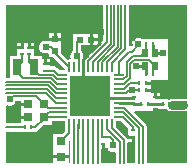
<source format=gtl>
G04*
G04 #@! TF.GenerationSoftware,Altium Limited,Altium Designer,19.0.15 (446)*
G04*
G04 Layer_Physical_Order=1*
G04 Layer_Color=255*
%FSLAX24Y24*%
%MOIN*%
G70*
G01*
G75*
%ADD12C,0.0079*%
%ADD14C,0.0059*%
%ADD16R,0.0295X0.0315*%
%ADD17R,0.0106X0.0118*%
%ADD18R,0.0118X0.0106*%
%ADD19R,0.0217X0.0256*%
%ADD20R,0.0236X0.0197*%
%ADD21R,0.0295X0.0551*%
%ADD22R,0.0315X0.0315*%
%ADD23R,0.0197X0.0236*%
%ADD24R,0.0315X0.0295*%
%ADD25R,0.1378X0.1378*%
%ADD26O,0.0079X0.0335*%
%ADD27O,0.0335X0.0079*%
%ADD41C,0.0090*%
%ADD42C,0.0100*%
%ADD43C,0.0065*%
%ADD44C,0.0315*%
%ADD45C,0.0240*%
G36*
X431Y1844D02*
X297Y1710D01*
X247Y1731D01*
Y1826D01*
X79D01*
Y1678D01*
X194D01*
X215Y1628D01*
X-171Y1242D01*
X-174Y1238D01*
X-198Y1238D01*
X-206Y1244D01*
X-235Y1281D01*
X-231Y1296D01*
X-230Y1325D01*
X-231Y1354D01*
X-237Y1382D01*
X-246Y1409D01*
X-259Y1435D01*
X-275Y1459D01*
X-294Y1481D01*
X-310Y1495D01*
Y1678D01*
X-21D01*
Y1876D01*
Y2074D01*
X-582D01*
Y1835D01*
X-583Y1834D01*
X-588Y1812D01*
X-590Y1790D01*
Y1495D01*
X-606Y1481D01*
X-625Y1459D01*
X-641Y1435D01*
X-654Y1409D01*
X-663Y1382D01*
X-669Y1354D01*
X-670Y1325D01*
X-669Y1296D01*
X-663Y1268D01*
X-659Y1256D01*
X-680Y1223D01*
X-695Y1212D01*
X-709Y1213D01*
X-731Y1211D01*
X-752Y1206D01*
X-766Y1200D01*
X-983Y1417D01*
Y1672D01*
Y1840D01*
X-1418D01*
X-1430Y1834D01*
X-1439Y1837D01*
X-1467Y1843D01*
X-1496Y1844D01*
X-1525Y1843D01*
X-1553Y1837D01*
X-1580Y1828D01*
X-1606Y1815D01*
X-1630Y1799D01*
X-1652Y1780D01*
X-1671Y1758D01*
X-1687Y1734D01*
X-1700Y1708D01*
X-1709Y1681D01*
X-1715Y1653D01*
X-1717Y1624D01*
X-1715Y1595D01*
X-1709Y1567D01*
X-1700Y1540D01*
X-1687Y1514D01*
X-1671Y1490D01*
X-1652Y1468D01*
X-1630Y1449D01*
X-1606Y1433D01*
X-1580Y1420D01*
X-1553Y1411D01*
X-1525Y1405D01*
X-1496Y1404D01*
X-1467Y1405D01*
X-1439Y1411D01*
X-1430Y1414D01*
X-1389Y1392D01*
X-1380Y1380D01*
Y1278D01*
X-1239D01*
X-860Y898D01*
X-876Y848D01*
X-1024D01*
X-1117Y941D01*
X-1134Y956D01*
X-1153Y967D01*
X-1173Y975D01*
X-1194Y981D01*
X-1216Y982D01*
X-1357D01*
Y1017D01*
X-1516D01*
Y1067D01*
X-1566D01*
Y1220D01*
X-1632D01*
Y1320D01*
X-1888D01*
Y1558D01*
X-2047D01*
Y1608D01*
X-2097D01*
Y1761D01*
X-2233D01*
Y1608D01*
X-2283D01*
Y1558D01*
X-2443D01*
Y1320D01*
X-2698D01*
Y593D01*
X-2822D01*
Y3019D01*
X431D01*
Y1844D01*
D02*
G37*
G36*
X3216Y-108D02*
X3097D01*
X3091Y-108D01*
X2717D01*
X2689Y-110D01*
X2663Y-115D01*
X2637Y-124D01*
X2613Y-136D01*
X2611Y-137D01*
X2561Y-116D01*
Y-116D01*
X2324D01*
Y-95D01*
X2165D01*
Y-45D01*
X2115D01*
Y108D01*
X2006D01*
X2006Y135D01*
X1852D01*
Y235D01*
X2005D01*
Y256D01*
X2005D01*
Y365D01*
X1852D01*
Y465D01*
X2005D01*
Y525D01*
X2590D01*
X2590Y1905D01*
X1702D01*
X1700Y1906D01*
X1674Y1919D01*
X1647Y1928D01*
X1619Y1934D01*
X1590Y1936D01*
X1561Y1934D01*
X1533Y1928D01*
X1506Y1919D01*
X1480Y1906D01*
X1478Y1905D01*
X1403D01*
Y1850D01*
X1389D01*
Y1804D01*
X1386Y1799D01*
X1377Y1772D01*
X1371Y1744D01*
X1370Y1715D01*
X1371Y1697D01*
X1289D01*
Y1850D01*
X1282D01*
Y3019D01*
X3216D01*
Y-108D01*
D02*
G37*
G36*
X-2324Y-226D02*
X-2077D01*
Y-326D01*
X-2324D01*
Y-533D01*
X-2324D01*
Y-659D01*
X-2077D01*
Y-759D01*
X-2324D01*
Y-894D01*
X-2352D01*
Y-913D01*
X-2822D01*
Y-341D01*
X-2822Y-340D01*
X-2772Y-311D01*
X-2771Y-312D01*
X-2744Y-321D01*
X-2716Y-327D01*
X-2687Y-329D01*
X-2658Y-327D01*
X-2630Y-321D01*
X-2603Y-312D01*
X-2577Y-299D01*
X-2553Y-283D01*
X-2531Y-264D01*
X-2512Y-242D01*
X-2496Y-219D01*
X-2483Y-193D01*
X-2474Y-165D01*
X-2473Y-159D01*
X-2324D01*
Y-226D01*
D02*
G37*
G36*
X-848Y-1172D02*
X-934Y-1258D01*
X-1242D01*
Y-1754D01*
X-1242D01*
Y-1790D01*
X-1242D01*
Y-1987D01*
X-727D01*
Y-1790D01*
X-727D01*
Y-1754D01*
X-727D01*
Y-1494D01*
X-726Y-1494D01*
X-676Y-1520D01*
Y-2232D01*
X-727D01*
Y-2087D01*
X-1242D01*
Y-2232D01*
X-2822D01*
Y-1193D01*
X-2352D01*
Y-1212D01*
X-1821D01*
Y-1191D01*
X-1819Y-1191D01*
X-1797Y-1186D01*
X-1777Y-1178D01*
X-1758Y-1166D01*
X-1742Y-1152D01*
X-1556Y-966D01*
X-1298D01*
Y-848D01*
X-848D01*
Y-1172D01*
D02*
G37*
G36*
X1258Y-1092D02*
Y-1391D01*
X1208Y-1405D01*
X1207Y-1404D01*
X1194Y-1389D01*
X848Y-1043D01*
Y-848D01*
X1015D01*
X1258Y-1092D01*
D02*
G37*
G36*
X2254Y-435D02*
X2548D01*
X2552Y-441D01*
X2570Y-461D01*
X2590Y-479D01*
X2613Y-494D01*
X2637Y-506D01*
X2663Y-515D01*
X2689Y-520D01*
X2717Y-522D01*
X3091D01*
X3097Y-522D01*
X3216D01*
Y-2232D01*
X1874D01*
Y-1032D01*
X1872Y-1012D01*
X1868Y-992D01*
X1860Y-973D01*
X1849Y-955D01*
X1836Y-940D01*
X1464Y-568D01*
X1483Y-522D01*
X2077D01*
Y-423D01*
X2254D01*
Y-435D01*
D02*
G37*
G36*
X1467Y-1525D02*
X1496D01*
Y-2232D01*
X1232D01*
Y-1564D01*
X1258Y-1525D01*
X1367D01*
Y-1372D01*
X1467D01*
Y-1525D01*
D02*
G37*
G36*
X473Y-1761D02*
X556D01*
X557Y-1764D01*
X573Y-1788D01*
X592Y-1809D01*
X614Y-1828D01*
X638Y-1844D01*
X664Y-1857D01*
X691Y-1866D01*
X719Y-1872D01*
X748Y-1874D01*
X777Y-1872D01*
X805Y-1866D01*
X854Y-1899D01*
Y-2232D01*
X366D01*
Y-1761D01*
X373D01*
Y-1608D01*
X473D01*
Y-1761D01*
D02*
G37*
%LPC*%
G36*
X-983Y2108D02*
X-1131D01*
Y1940D01*
X-983D01*
Y2108D01*
D02*
G37*
G36*
X-1231D02*
X-1380D01*
Y1940D01*
X-1231D01*
Y2108D01*
D02*
G37*
G36*
X247Y2074D02*
X79D01*
Y1926D01*
X247D01*
Y2074D01*
D02*
G37*
G36*
X-1888Y1761D02*
X-1997D01*
Y1658D01*
X-1888D01*
Y1761D01*
D02*
G37*
G36*
X-2333D02*
X-2443D01*
Y1658D01*
X-2333D01*
Y1761D01*
D02*
G37*
G36*
X-1357Y1220D02*
X-1466D01*
Y1117D01*
X-1357D01*
Y1220D01*
D02*
G37*
G36*
X2215Y108D02*
Y5D01*
X2324D01*
Y108D01*
X2215D01*
D02*
G37*
%LPD*%
D12*
X-1388Y-551D02*
X-945D01*
X-1545Y-709D02*
X-1545Y-709D01*
X-1388Y-551D01*
X-1545Y-709D02*
X-945D01*
X-1841Y-1053D02*
X-1545Y-758D01*
X-1974Y-1053D02*
X-1841D01*
X-2824D02*
X-2199D01*
X945Y79D02*
X1179D01*
X1277Y1472D02*
X1339D01*
X945Y1140D02*
X1277Y1472D01*
X945Y709D02*
Y1140D01*
Y236D02*
X1129D01*
X1308Y414D02*
X1620D01*
X1129Y236D02*
X1308Y414D01*
X1377Y1472D02*
X1600Y1695D01*
X1339Y1472D02*
X1377Y1472D01*
X1285Y185D02*
X1628D01*
X1179Y79D02*
X1285Y185D01*
X-450Y1325D02*
Y1790D01*
X-394Y1847D01*
X-364Y1876D01*
X-447Y1328D02*
X-424Y1305D01*
X-394Y945D02*
Y1305D01*
X-424D02*
X-394D01*
X394Y-1354D02*
Y-945D01*
X423Y-1384D02*
X658D01*
X394Y-1354D02*
X423Y-1384D01*
X-1309Y1624D02*
X-1181Y1496D01*
X-1496Y1624D02*
X-1309D01*
X-1181Y1417D02*
Y1496D01*
Y1417D02*
X-709Y945D01*
X1073Y-709D02*
X1417Y-1053D01*
Y-1148D02*
Y-1053D01*
X945Y-709D02*
X1073D01*
X748Y-1654D02*
Y-1474D01*
X658Y-1384D02*
X748Y-1474D01*
X-1516Y843D02*
X-1216D01*
X-1082Y709D01*
X-945D01*
X-2598Y-20D02*
X-1801D01*
X-2687Y-108D02*
X-2598Y-20D01*
X-984Y-1506D02*
X-709Y-1230D01*
Y-945D01*
X-1801Y-20D02*
X-1545Y-276D01*
X-1427Y-394D01*
X-945D01*
D14*
X1106D02*
X1744Y-1032D01*
Y-2244D02*
Y-1032D01*
X945Y-394D02*
X1106D01*
X1096Y-551D02*
X1626Y-1081D01*
Y-2244D02*
Y-1081D01*
X945Y-551D02*
X1096D01*
X945Y394D02*
X1106D01*
X1096Y551D02*
X1201Y656D01*
X945Y551D02*
X1096D01*
X1106Y394D02*
X1319Y607D01*
X2137Y1006D02*
X2137Y979D01*
X1938Y1205D02*
X2137Y1006D01*
X1458Y1205D02*
X1938D01*
X2082Y715D02*
Y924D01*
X2137Y979D01*
X1858Y1487D02*
Y1715D01*
X1803Y1431D02*
X1858Y1487D01*
X1694Y1323D02*
X1803Y1431D01*
X1409Y1323D02*
X1694D01*
X1319Y607D02*
Y1066D01*
X1458Y1205D01*
X1201Y1115D02*
X1409Y1323D01*
X1201Y656D02*
Y1115D01*
X236Y-2234D02*
Y-945D01*
X551Y-1096D02*
X984Y-1529D01*
X709Y-1087D02*
X1102Y-1480D01*
X984Y-2244D02*
Y-1529D01*
X1102Y-2244D02*
Y-1480D01*
X709Y-1087D02*
Y-945D01*
X551Y-1096D02*
Y-945D01*
X79Y-2234D02*
Y-945D01*
X-79Y-2234D02*
Y-945D01*
X-236Y-2234D02*
Y-945D01*
X1152Y1545D02*
Y3022D01*
X709Y1102D02*
X1152Y1545D01*
X1033Y1594D02*
Y3022D01*
X551Y1112D02*
X1033Y1594D01*
X551Y945D02*
Y1112D01*
X915Y1643D02*
Y3022D01*
X394Y1121D02*
X915Y1643D01*
X394Y945D02*
Y1121D01*
X797Y1692D02*
Y3022D01*
X236Y1131D02*
X797Y1692D01*
X236Y945D02*
Y1131D01*
X679Y1741D02*
Y3022D01*
X79Y1141D02*
X679Y1741D01*
X561Y1790D02*
Y3022D01*
X-79Y1150D02*
X561Y1790D01*
X709Y945D02*
Y1102D01*
X79Y945D02*
Y1141D01*
X-79Y945D02*
Y1150D01*
X-2234Y581D02*
X-1303D01*
X-2451Y797D02*
Y945D01*
Y797D02*
X-2234Y581D01*
X-1880Y856D02*
Y945D01*
Y856D02*
X-1722Y699D01*
X-2047Y1112D02*
X-1880Y945D01*
X-2451D02*
X-2283Y1112D01*
Y1384D01*
X-2047Y1112D02*
Y1384D01*
X-1722Y699D02*
X-1254D01*
X-1181Y626D02*
X-1106Y551D01*
X-1254Y699D02*
X-1182Y626D01*
X-1181D01*
X-1161Y440D02*
X-1115Y394D01*
X-1303Y581D02*
X-1162Y440D01*
X-1161D01*
X-1164Y276D02*
X-1125Y236D01*
X-2825Y344D02*
X-1401D01*
X-2825Y226D02*
X-1450D01*
X-2825Y108D02*
X-1499D01*
X-2825Y463D02*
X-1352D01*
X-1165Y276D01*
X-1164D01*
X-1135Y79D02*
X-945D01*
X-1401Y344D02*
X-1135Y79D01*
X-1450Y226D02*
X-1145Y-79D01*
X-1499Y108D02*
X-1154Y-236D01*
X-1106Y551D02*
X-945D01*
X-1115Y394D02*
X-945D01*
X-1125Y236D02*
X-945D01*
X-1145Y-79D02*
X-945D01*
X-1154Y-236D02*
X-945D01*
D16*
X-2077Y-709D02*
D03*
X-1545D02*
D03*
X-1545Y-276D02*
D03*
X-2077D02*
D03*
D17*
X-1974Y-1053D02*
D03*
X-2199D02*
D03*
X1852Y185D02*
D03*
X1628D02*
D03*
X1852Y415D02*
D03*
X1628D02*
D03*
X1858Y715D02*
D03*
X2082D02*
D03*
X2082Y1715D02*
D03*
X1858D02*
D03*
X2408Y-276D02*
D03*
X2632D02*
D03*
X1699D02*
D03*
X1923D02*
D03*
D18*
X1339Y1697D02*
D03*
Y1472D02*
D03*
X423Y-1608D02*
D03*
Y-1384D02*
D03*
X1417Y-1372D02*
D03*
Y-1148D02*
D03*
X-1516Y1067D02*
D03*
Y843D02*
D03*
X1457Y-270D02*
D03*
Y-45D02*
D03*
X-2283Y1608D02*
D03*
Y1384D02*
D03*
X-2047Y1608D02*
D03*
Y1384D02*
D03*
X2165Y-270D02*
D03*
Y-45D02*
D03*
D19*
X1803Y979D02*
D03*
X2137D02*
D03*
Y1431D02*
D03*
X1803Y1431D02*
D03*
D20*
X29Y1876D02*
D03*
X-364D02*
D03*
D21*
X-1880Y945D02*
D03*
X-2451D02*
D03*
D22*
X3091Y-315D02*
D03*
D23*
X-1181Y1890D02*
D03*
Y1496D02*
D03*
D24*
X-984Y-1506D02*
D03*
Y-2037D02*
D03*
D25*
X0Y0D02*
D03*
D26*
X-709Y945D02*
D03*
X-551D02*
D03*
X-394D02*
D03*
X-236D02*
D03*
X-79D02*
D03*
X79D02*
D03*
X236D02*
D03*
X394D02*
D03*
X551D02*
D03*
X709D02*
D03*
Y-945D02*
D03*
X551D02*
D03*
X394D02*
D03*
X236D02*
D03*
X79D02*
D03*
X-79D02*
D03*
X-236D02*
D03*
X-394D02*
D03*
X-551D02*
D03*
X-709D02*
D03*
D27*
X945Y709D02*
D03*
Y551D02*
D03*
Y394D02*
D03*
Y236D02*
D03*
Y79D02*
D03*
Y-79D02*
D03*
Y-236D02*
D03*
Y-394D02*
D03*
Y-551D02*
D03*
Y-709D02*
D03*
X-945D02*
D03*
Y-551D02*
D03*
Y-394D02*
D03*
Y-236D02*
D03*
Y-79D02*
D03*
Y79D02*
D03*
Y236D02*
D03*
Y394D02*
D03*
Y551D02*
D03*
Y709D02*
D03*
D41*
X1530Y979D02*
X1803D01*
X1858Y715D02*
Y924D01*
X1803Y979D02*
X1858Y924D01*
X2082Y1487D02*
X2137Y1431D01*
X2082Y1487D02*
Y1695D01*
X2137Y1431D02*
X2410Y1431D01*
X32Y1495D02*
X312Y1775D01*
X-148Y1325D02*
Y1437D01*
X-203Y1418D02*
Y1600D01*
Y1418D02*
X-150Y1365D01*
X-236Y185D02*
Y1236D01*
X-148Y1325D01*
X1923Y-276D02*
X2408D01*
X1459D02*
X1699D01*
X1453Y-270D02*
X1459Y-276D01*
X1420Y-236D02*
X1453Y-270D01*
X1420Y-79D02*
X1453Y-45D01*
X305Y-79D02*
X1420D01*
X965Y-236D02*
X1420D01*
D42*
X1140Y-1250D02*
X1262Y-1372D01*
X1417D01*
D43*
X-551Y-945D02*
X-543Y-953D01*
X-402Y-954D02*
X-394Y-945D01*
X-551D02*
Y-906D01*
X-543Y-2234D02*
Y-953D01*
X-402Y-2234D02*
Y-954D01*
D44*
X2717Y-315D02*
X3091D01*
D45*
X-797Y1437D02*
D03*
X-1370Y-2110D02*
D03*
X1360D02*
D03*
X1760Y-641D02*
D03*
X2440Y0D02*
D03*
X2120Y405D02*
D03*
X1368Y1939D02*
D03*
X1400Y196D02*
D03*
X1590Y1715D02*
D03*
X1530Y979D02*
D03*
X2410Y1431D02*
D03*
X-150Y1375D02*
D03*
X-450Y1325D02*
D03*
X3091Y1939D02*
D03*
X1998Y-1348D02*
D03*
X3091Y-2106D02*
D03*
X2254Y2894D02*
D03*
X2697Y30D02*
D03*
Y-659D02*
D03*
X-1496Y1624D02*
D03*
X3091Y-1348D02*
D03*
X1998Y-2106D02*
D03*
X1063Y-1063D02*
D03*
X1367Y-1634D02*
D03*
X472Y-1850D02*
D03*
X728Y-2106D02*
D03*
X748Y-1654D02*
D03*
X-2687Y-108D02*
D03*
X3091Y-659D02*
D03*
X2203Y-657D02*
D03*
X3091Y30D02*
D03*
X433Y-433D02*
D03*
X0D02*
D03*
X-433D02*
D03*
X433Y0D02*
D03*
X0D02*
D03*
X-433D02*
D03*
X433Y433D02*
D03*
X0D02*
D03*
X-433D02*
D03*
X3091Y2894D02*
D03*
X1407D02*
D03*
X-1526Y1319D02*
D03*
X-2697Y2894D02*
D03*
X-1220D02*
D03*
X305D02*
D03*
X-1152Y-1063D02*
D03*
X-2697Y-1555D02*
D03*
Y1437D02*
D03*
X3100Y1043D02*
D03*
X-2697Y-2106D02*
D03*
X-2402Y1929D02*
D03*
X-2087D02*
D03*
X-2431Y-709D02*
D03*
X-2431Y-276D02*
D03*
X-1220Y2244D02*
D03*
X39Y2451D02*
D03*
X344Y2126D02*
D03*
M02*

</source>
